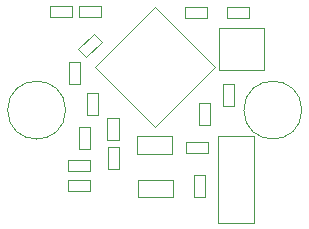
<source format=gbr>
G04 #@! TF.GenerationSoftware,KiCad,Pcbnew,5.1.9*
G04 #@! TF.CreationDate,2021-04-01T11:10:47+02:00*
G04 #@! TF.ProjectId,Y11025HL,59313130-3235-4484-9c2e-6b696361645f,rev?*
G04 #@! TF.SameCoordinates,Original*
G04 #@! TF.FileFunction,Other,User*
%FSLAX45Y45*%
G04 Gerber Fmt 4.5, Leading zero omitted, Abs format (unit mm)*
G04 Created by KiCad (PCBNEW 5.1.9) date 2021-04-01 11:10:47*
%MOMM*%
%LPD*%
G01*
G04 APERTURE LIST*
%ADD10C,0.050000*%
G04 APERTURE END LIST*
D10*
X9492083Y-9334500D02*
X10001200Y-9843617D01*
X10001200Y-8825383D02*
X9492083Y-9334500D01*
X10510317Y-9334500D02*
X10001200Y-8825383D01*
X10001200Y-9843617D02*
X10510317Y-9334500D01*
X9368800Y-9482350D02*
X9274800Y-9482350D01*
X9274800Y-9482350D02*
X9274800Y-9296350D01*
X9274800Y-9296350D02*
X9368800Y-9296350D01*
X9368800Y-9296350D02*
X9368800Y-9482350D01*
X9551605Y-9120363D02*
X9420083Y-9251885D01*
X9485137Y-9053895D02*
X9551605Y-9120363D01*
X9353615Y-9185417D02*
X9485137Y-9053895D01*
X9420083Y-9251885D02*
X9353615Y-9185417D01*
X9264600Y-10290800D02*
X9450600Y-10290800D01*
X9264600Y-10384800D02*
X9264600Y-10290800D01*
X9450600Y-10384800D02*
X9264600Y-10384800D01*
X9450600Y-10290800D02*
X9450600Y-10384800D01*
X9693920Y-9953280D02*
X9599920Y-9953280D01*
X9599920Y-9953280D02*
X9599920Y-9767280D01*
X9599920Y-9767280D02*
X9693920Y-9767280D01*
X9693920Y-9767280D02*
X9693920Y-9953280D01*
X9448850Y-10125700D02*
X9448850Y-10219700D01*
X9448850Y-10219700D02*
X9262850Y-10219700D01*
X9262850Y-10219700D02*
X9262850Y-10125700D01*
X9262850Y-10125700D02*
X9448850Y-10125700D01*
X9451350Y-9840700D02*
X9451350Y-10026700D01*
X9357350Y-9840700D02*
X9451350Y-9840700D01*
X9357350Y-10026700D02*
X9357350Y-9840700D01*
X9451350Y-10026700D02*
X9357350Y-10026700D01*
X10439400Y-8917950D02*
X10253400Y-8917950D01*
X10439400Y-8823950D02*
X10439400Y-8917950D01*
X10253400Y-8823950D02*
X10439400Y-8823950D01*
X10253400Y-8917950D02*
X10253400Y-8823950D01*
X10801400Y-8917950D02*
X10615400Y-8917950D01*
X10801400Y-8823950D02*
X10801400Y-8917950D01*
X10615400Y-8823950D02*
X10801400Y-8823950D01*
X10615400Y-8917950D02*
X10615400Y-8823950D01*
X10373400Y-9639250D02*
X10467400Y-9639250D01*
X10467400Y-9639250D02*
X10467400Y-9825250D01*
X10467400Y-9825250D02*
X10373400Y-9825250D01*
X10373400Y-9825250D02*
X10373400Y-9639250D01*
X9296450Y-8911600D02*
X9110450Y-8911600D01*
X9296450Y-8817600D02*
X9296450Y-8911600D01*
X9110450Y-8817600D02*
X9296450Y-8817600D01*
X9110450Y-8911600D02*
X9110450Y-8817600D01*
X9857000Y-10436200D02*
X9857000Y-10290200D01*
X9857000Y-10290200D02*
X10153000Y-10290200D01*
X10153000Y-10290200D02*
X10153000Y-10436200D01*
X10153000Y-10436200D02*
X9857000Y-10436200D01*
X10147980Y-10067900D02*
X9851980Y-10067900D01*
X10147980Y-9921900D02*
X10147980Y-10067900D01*
X9851980Y-9921900D02*
X10147980Y-9921900D01*
X9851980Y-10067900D02*
X9851980Y-9921900D01*
X10842000Y-9918000D02*
X10532000Y-9918000D01*
X10842000Y-10658000D02*
X10842000Y-9918000D01*
X10532000Y-10658000D02*
X10842000Y-10658000D01*
X10532000Y-9918000D02*
X10532000Y-10658000D01*
X10670600Y-9668800D02*
X10576600Y-9668800D01*
X10576600Y-9668800D02*
X10576600Y-9482800D01*
X10576600Y-9482800D02*
X10670600Y-9482800D01*
X10670600Y-9482800D02*
X10670600Y-9668800D01*
X9521200Y-9554950D02*
X9521200Y-9740950D01*
X9427200Y-9554950D02*
X9521200Y-9554950D01*
X9427200Y-9740950D02*
X9427200Y-9554950D01*
X9521200Y-9740950D02*
X9427200Y-9740950D01*
X9359850Y-8911600D02*
X9359850Y-8817600D01*
X9359850Y-8817600D02*
X9545850Y-8817600D01*
X9545850Y-8817600D02*
X9545850Y-8911600D01*
X9545850Y-8911600D02*
X9359850Y-8911600D01*
X9605000Y-10013700D02*
X9699000Y-10013700D01*
X9699000Y-10013700D02*
X9699000Y-10199700D01*
X9699000Y-10199700D02*
X9605000Y-10199700D01*
X9605000Y-10199700D02*
X9605000Y-10013700D01*
X10429200Y-10251200D02*
X10429200Y-10437200D01*
X10335200Y-10251200D02*
X10429200Y-10251200D01*
X10335200Y-10437200D02*
X10335200Y-10251200D01*
X10429200Y-10437200D02*
X10335200Y-10437200D01*
X10266200Y-9967000D02*
X10452200Y-9967000D01*
X10266200Y-10061000D02*
X10266200Y-9967000D01*
X10452200Y-10061000D02*
X10266200Y-10061000D01*
X10452200Y-9967000D02*
X10452200Y-10061000D01*
X10921500Y-9002100D02*
X10921500Y-9362100D01*
X10541500Y-9002100D02*
X10921500Y-9002100D01*
X10541500Y-9362100D02*
X10541500Y-9002100D01*
X10921500Y-9362100D02*
X10541500Y-9362100D01*
X9245000Y-9700000D02*
G75*
G03*
X9245000Y-9700000I-245000J0D01*
G01*
X11245000Y-9700000D02*
G75*
G03*
X11245000Y-9700000I-245000J0D01*
G01*
M02*

</source>
